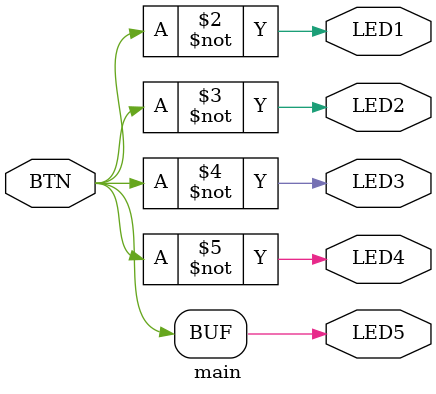
<source format=v>
`default_nettype none
module main(
  input  BTN,
  output LED1,
  output LED2,
  output LED3,
  output LED4,
  output LED5,
  );

  always
    begin
      LED1 <= ~BTN;
      LED2 <= ~BTN;
      LED3 <= ~BTN;
      LED4 <= ~BTN;
      LED5 <=  BTN;
    end
endmodule

</source>
